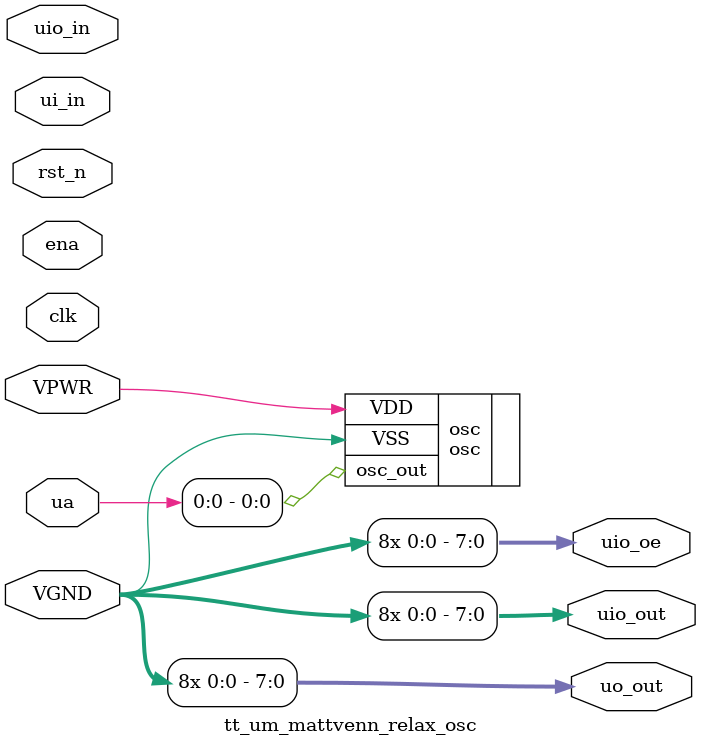
<source format=v>
`default_nettype none


module tt_um_mattvenn_relax_osc (
    input  wire       VGND,
    input  wire       VPWR,
    input  wire [7:0] ui_in,    // Dedicated inputs
    output wire [7:0] uo_out,   // Dedicated outputs
    input  wire [7:0] uio_in,   // IOs: Input path
    output wire [7:0] uio_out,  // IOs: Output path
    output wire [7:0] uio_oe,   // IOs: Enable path (active high: 0=input, 1=output)
    inout  wire [7:0] ua, // analog pins
    input  wire       ena,      // will go high when the design is enabled
    input  wire       clk,      // clock
    input  wire       rst_n     // reset_n - low to reset
);

    osc osc(
        .osc_out(ua[0]),
        .VDD(VPWR),
        .VSS(VGND)
        );

    // ties for the output enables
    assign uo_out[0] = VGND;
    assign uo_out[1] = VGND;
    assign uo_out[2] = VGND;
    assign uo_out[3] = VGND;
    assign uo_out[4] = VGND;
    assign uo_out[5] = VGND;
    assign uo_out[6] = VGND;
    assign uo_out[7] = VGND;

    assign uio_out[0] = VGND;
    assign uio_out[1] = VGND;
    assign uio_out[2] = VGND;
    assign uio_out[3] = VGND;
    assign uio_out[4] = VGND;
    assign uio_out[5] = VGND;
    assign uio_out[6] = VGND;
    assign uio_out[7] = VGND;

    assign uio_oe[0] = VGND;
    assign uio_oe[1] = VGND;
    assign uio_oe[2] = VGND;
    assign uio_oe[3] = VGND;
    assign uio_oe[4] = VGND;
    assign uio_oe[5] = VGND;
    assign uio_oe[6] = VGND;
    assign uio_oe[7] = VGND;

endmodule

</source>
